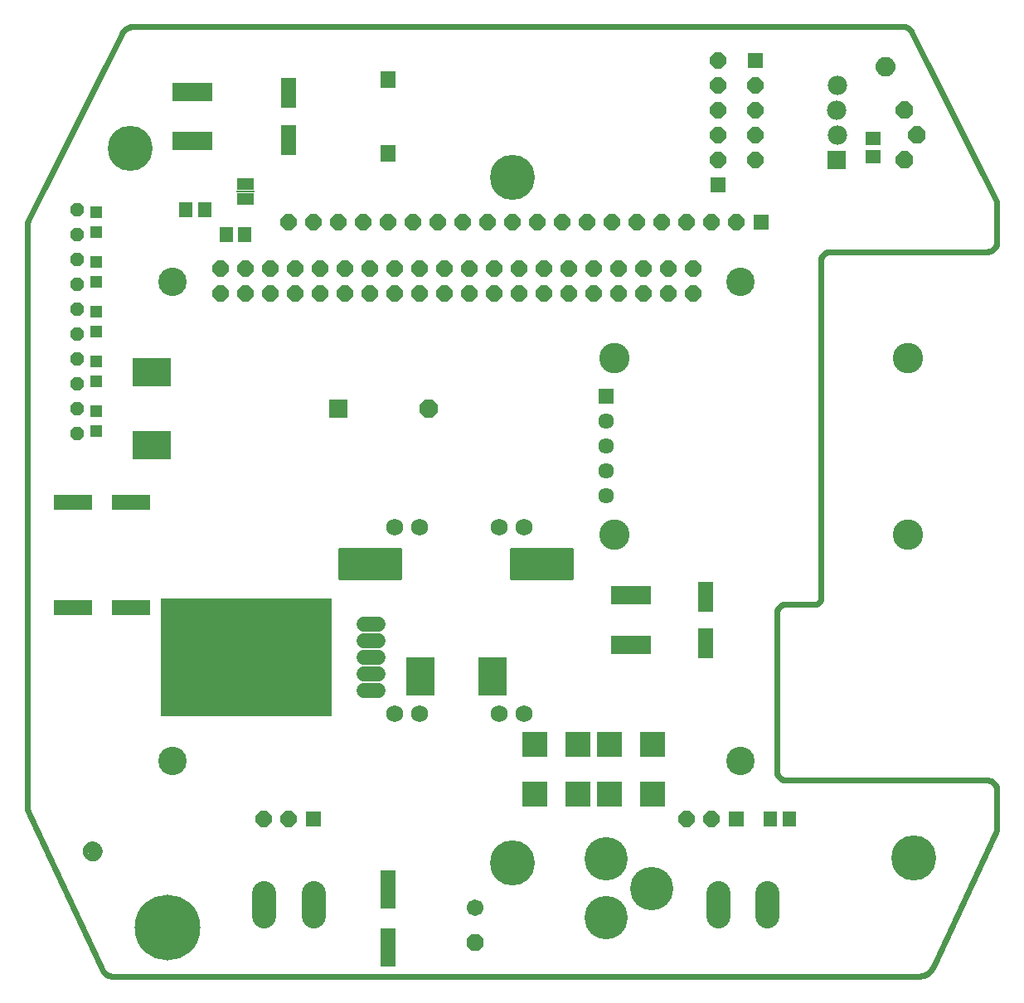
<source format=gts>
G75*
%MOIN*%
%OFA0B0*%
%FSLAX25Y25*%
%IPPOS*%
%LPD*%
%AMOC8*
5,1,8,0,0,1.08239X$1,22.5*
%
%ADD10C,0.26400*%
%ADD11C,0.18117*%
%ADD12C,0.11424*%
%ADD13C,0.00600*%
%ADD14C,0.02400*%
%ADD15C,0.04337*%
%ADD16C,0.01969*%
%ADD17C,0.09770*%
%ADD18R,0.07800X0.07800*%
%ADD19C,0.07800*%
%ADD20C,0.17400*%
%ADD21R,0.05124X0.05124*%
%ADD22R,0.06306X0.05518*%
%ADD23R,0.06400X0.06400*%
%ADD24OC8,0.06400*%
%ADD25OC8,0.05600*%
%ADD26R,0.06337X0.06337*%
%ADD27C,0.06337*%
%ADD28C,0.12211*%
%ADD29R,0.05518X0.06306*%
%ADD30C,0.01320*%
%ADD31C,0.13400*%
%ADD32C,0.05943*%
%ADD33R,0.68750X0.47500*%
%ADD34R,0.09849X0.09849*%
%ADD35R,0.16148X0.07487*%
%ADD36R,0.15361X0.05912*%
%ADD37R,0.05912X0.12211*%
%ADD38OC8,0.06700*%
%ADD39C,0.06700*%
%ADD40R,0.11424X0.15361*%
%ADD41OC8,0.07000*%
%ADD42R,0.15361X0.11424*%
%ADD43R,0.06700X0.05000*%
%ADD44R,0.07200X0.00600*%
%ADD45C,0.06825*%
%ADD46R,0.05912X0.15361*%
%ADD47R,0.05912X0.06699*%
%ADD48R,0.07400X0.07400*%
%ADD49OC8,0.07400*%
D10*
X0070350Y0043100D03*
D11*
X0209100Y0069100D03*
X0370517Y0070978D03*
X0209100Y0344600D03*
X0055557Y0356411D03*
D12*
X0072368Y0302742D03*
X0072368Y0109828D03*
X0300714Y0109828D03*
X0300714Y0302742D03*
D13*
X0399100Y0314100D02*
X0399240Y0314102D01*
X0399380Y0314108D01*
X0399520Y0314118D01*
X0399660Y0314131D01*
X0399799Y0314149D01*
X0399938Y0314171D01*
X0400075Y0314196D01*
X0400213Y0314225D01*
X0400349Y0314258D01*
X0400484Y0314295D01*
X0400618Y0314336D01*
X0400751Y0314381D01*
X0400883Y0314429D01*
X0401013Y0314481D01*
X0401142Y0314536D01*
X0401269Y0314595D01*
X0401395Y0314658D01*
X0401519Y0314724D01*
X0401640Y0314793D01*
X0401760Y0314866D01*
X0401878Y0314943D01*
X0401993Y0315022D01*
X0402107Y0315105D01*
X0402217Y0315191D01*
X0402326Y0315280D01*
X0402432Y0315372D01*
X0402535Y0315467D01*
X0402636Y0315564D01*
X0402733Y0315665D01*
X0402828Y0315768D01*
X0402920Y0315874D01*
X0403009Y0315983D01*
X0403095Y0316093D01*
X0403178Y0316207D01*
X0403257Y0316322D01*
X0403334Y0316440D01*
X0403407Y0316560D01*
X0403476Y0316681D01*
X0403542Y0316805D01*
X0403605Y0316931D01*
X0403664Y0317058D01*
X0403719Y0317187D01*
X0403771Y0317317D01*
X0403819Y0317449D01*
X0403864Y0317582D01*
X0403905Y0317716D01*
X0403942Y0317851D01*
X0403975Y0317987D01*
X0404004Y0318125D01*
X0404029Y0318262D01*
X0404051Y0318401D01*
X0404069Y0318540D01*
X0404082Y0318680D01*
X0404092Y0318820D01*
X0404098Y0318960D01*
X0404100Y0319100D01*
X0404098Y0318960D01*
X0404092Y0318820D01*
X0404082Y0318680D01*
X0404069Y0318540D01*
X0404051Y0318401D01*
X0404029Y0318262D01*
X0404004Y0318125D01*
X0403975Y0317987D01*
X0403942Y0317851D01*
X0403905Y0317716D01*
X0403864Y0317582D01*
X0403819Y0317449D01*
X0403771Y0317317D01*
X0403719Y0317187D01*
X0403664Y0317058D01*
X0403605Y0316931D01*
X0403542Y0316805D01*
X0403476Y0316681D01*
X0403407Y0316560D01*
X0403334Y0316440D01*
X0403257Y0316322D01*
X0403178Y0316207D01*
X0403095Y0316093D01*
X0403009Y0315983D01*
X0402920Y0315874D01*
X0402828Y0315768D01*
X0402733Y0315665D01*
X0402636Y0315564D01*
X0402535Y0315467D01*
X0402432Y0315372D01*
X0402326Y0315280D01*
X0402217Y0315191D01*
X0402107Y0315105D01*
X0401993Y0315022D01*
X0401878Y0314943D01*
X0401760Y0314866D01*
X0401640Y0314793D01*
X0401519Y0314724D01*
X0401395Y0314658D01*
X0401269Y0314595D01*
X0401142Y0314536D01*
X0401013Y0314481D01*
X0400883Y0314429D01*
X0400751Y0314381D01*
X0400618Y0314336D01*
X0400484Y0314295D01*
X0400349Y0314258D01*
X0400213Y0314225D01*
X0400075Y0314196D01*
X0399938Y0314171D01*
X0399799Y0314149D01*
X0399660Y0314131D01*
X0399520Y0314118D01*
X0399380Y0314108D01*
X0399240Y0314102D01*
X0399100Y0314100D01*
D14*
X0014516Y0089509D02*
X0044508Y0025587D01*
X0044565Y0025477D01*
X0044626Y0025368D01*
X0044690Y0025262D01*
X0044758Y0025157D01*
X0044829Y0025055D01*
X0044903Y0024955D01*
X0044980Y0024857D01*
X0045061Y0024762D01*
X0045144Y0024669D01*
X0045230Y0024579D01*
X0045319Y0024492D01*
X0045411Y0024408D01*
X0045505Y0024327D01*
X0045602Y0024248D01*
X0045701Y0024173D01*
X0045803Y0024101D01*
X0045906Y0024032D01*
X0046012Y0023967D01*
X0046120Y0023905D01*
X0046230Y0023846D01*
X0046342Y0023791D01*
X0046455Y0023739D01*
X0046570Y0023691D01*
X0046687Y0023647D01*
X0046804Y0023606D01*
X0046923Y0023569D01*
X0047043Y0023536D01*
X0047164Y0023507D01*
X0047286Y0023482D01*
X0047409Y0023460D01*
X0047532Y0023442D01*
X0047656Y0023429D01*
X0047780Y0023419D01*
X0047904Y0023413D01*
X0048029Y0023411D01*
X0372655Y0023411D01*
X0377937Y0026676D02*
X0403656Y0082050D01*
X0403864Y0082931D02*
X0403864Y0098214D01*
X0403862Y0098338D01*
X0403856Y0098461D01*
X0403847Y0098585D01*
X0403833Y0098707D01*
X0403816Y0098830D01*
X0403794Y0098952D01*
X0403769Y0099073D01*
X0403740Y0099193D01*
X0403708Y0099312D01*
X0403671Y0099431D01*
X0403631Y0099548D01*
X0403588Y0099663D01*
X0403540Y0099778D01*
X0403489Y0099890D01*
X0403435Y0100001D01*
X0403377Y0100111D01*
X0403316Y0100218D01*
X0403251Y0100324D01*
X0403183Y0100427D01*
X0403112Y0100528D01*
X0403038Y0100627D01*
X0402961Y0100724D01*
X0402880Y0100818D01*
X0402797Y0100909D01*
X0402711Y0100998D01*
X0402622Y0101084D01*
X0402531Y0101167D01*
X0402437Y0101248D01*
X0402340Y0101325D01*
X0402241Y0101399D01*
X0402140Y0101470D01*
X0402037Y0101538D01*
X0401931Y0101603D01*
X0401824Y0101664D01*
X0401714Y0101722D01*
X0401603Y0101776D01*
X0401491Y0101827D01*
X0401376Y0101875D01*
X0401261Y0101918D01*
X0401144Y0101958D01*
X0401025Y0101995D01*
X0400906Y0102027D01*
X0400786Y0102056D01*
X0400665Y0102081D01*
X0400543Y0102103D01*
X0400420Y0102120D01*
X0400298Y0102134D01*
X0400174Y0102143D01*
X0400051Y0102149D01*
X0399927Y0102151D01*
X0319218Y0102151D01*
X0319094Y0102153D01*
X0318971Y0102159D01*
X0318847Y0102168D01*
X0318725Y0102182D01*
X0318602Y0102199D01*
X0318480Y0102221D01*
X0318359Y0102246D01*
X0318239Y0102275D01*
X0318120Y0102307D01*
X0318001Y0102344D01*
X0317884Y0102384D01*
X0317769Y0102427D01*
X0317654Y0102475D01*
X0317542Y0102526D01*
X0317431Y0102580D01*
X0317321Y0102638D01*
X0317214Y0102699D01*
X0317108Y0102764D01*
X0317005Y0102832D01*
X0316904Y0102903D01*
X0316805Y0102977D01*
X0316708Y0103054D01*
X0316614Y0103135D01*
X0316523Y0103218D01*
X0316434Y0103304D01*
X0316348Y0103393D01*
X0316265Y0103484D01*
X0316184Y0103578D01*
X0316107Y0103675D01*
X0316033Y0103774D01*
X0315962Y0103875D01*
X0315894Y0103978D01*
X0315829Y0104084D01*
X0315768Y0104191D01*
X0315710Y0104301D01*
X0315656Y0104412D01*
X0315605Y0104524D01*
X0315557Y0104639D01*
X0315514Y0104754D01*
X0315474Y0104871D01*
X0315437Y0104990D01*
X0315405Y0105109D01*
X0315376Y0105229D01*
X0315351Y0105350D01*
X0315329Y0105472D01*
X0315312Y0105595D01*
X0315298Y0105717D01*
X0315289Y0105841D01*
X0315283Y0105964D01*
X0315281Y0106088D01*
X0315281Y0169080D01*
X0315283Y0169204D01*
X0315289Y0169327D01*
X0315298Y0169451D01*
X0315312Y0169573D01*
X0315329Y0169696D01*
X0315351Y0169818D01*
X0315376Y0169939D01*
X0315405Y0170059D01*
X0315437Y0170178D01*
X0315474Y0170297D01*
X0315514Y0170414D01*
X0315557Y0170529D01*
X0315605Y0170644D01*
X0315656Y0170756D01*
X0315710Y0170867D01*
X0315768Y0170977D01*
X0315829Y0171084D01*
X0315894Y0171190D01*
X0315962Y0171293D01*
X0316033Y0171394D01*
X0316107Y0171493D01*
X0316184Y0171590D01*
X0316265Y0171684D01*
X0316348Y0171775D01*
X0316434Y0171864D01*
X0316523Y0171950D01*
X0316614Y0172033D01*
X0316708Y0172114D01*
X0316805Y0172191D01*
X0316904Y0172265D01*
X0317005Y0172336D01*
X0317108Y0172404D01*
X0317214Y0172469D01*
X0317321Y0172530D01*
X0317431Y0172588D01*
X0317542Y0172642D01*
X0317654Y0172693D01*
X0317769Y0172741D01*
X0317884Y0172784D01*
X0318001Y0172824D01*
X0318120Y0172861D01*
X0318239Y0172893D01*
X0318359Y0172922D01*
X0318480Y0172947D01*
X0318602Y0172969D01*
X0318725Y0172986D01*
X0318847Y0173000D01*
X0318971Y0173009D01*
X0319094Y0173015D01*
X0319218Y0173017D01*
X0331029Y0173017D01*
X0331115Y0173019D01*
X0331201Y0173024D01*
X0331286Y0173034D01*
X0331371Y0173047D01*
X0331455Y0173064D01*
X0331539Y0173084D01*
X0331621Y0173108D01*
X0331702Y0173136D01*
X0331783Y0173167D01*
X0331861Y0173201D01*
X0331938Y0173239D01*
X0332014Y0173281D01*
X0332087Y0173325D01*
X0332158Y0173373D01*
X0332228Y0173424D01*
X0332295Y0173478D01*
X0332359Y0173534D01*
X0332421Y0173594D01*
X0332481Y0173656D01*
X0332537Y0173720D01*
X0332591Y0173787D01*
X0332642Y0173857D01*
X0332690Y0173928D01*
X0332734Y0174002D01*
X0332776Y0174077D01*
X0332814Y0174154D01*
X0332848Y0174232D01*
X0332879Y0174313D01*
X0332907Y0174394D01*
X0332931Y0174476D01*
X0332951Y0174560D01*
X0332968Y0174644D01*
X0332981Y0174729D01*
X0332991Y0174814D01*
X0332996Y0174900D01*
X0332998Y0174986D01*
X0332998Y0310813D01*
X0333000Y0310937D01*
X0333006Y0311060D01*
X0333015Y0311184D01*
X0333029Y0311306D01*
X0333046Y0311429D01*
X0333068Y0311551D01*
X0333093Y0311672D01*
X0333122Y0311792D01*
X0333154Y0311911D01*
X0333191Y0312030D01*
X0333231Y0312147D01*
X0333274Y0312262D01*
X0333322Y0312377D01*
X0333373Y0312489D01*
X0333427Y0312600D01*
X0333485Y0312710D01*
X0333546Y0312817D01*
X0333611Y0312923D01*
X0333679Y0313026D01*
X0333750Y0313127D01*
X0333824Y0313226D01*
X0333901Y0313323D01*
X0333982Y0313417D01*
X0334065Y0313508D01*
X0334151Y0313597D01*
X0334240Y0313683D01*
X0334331Y0313766D01*
X0334425Y0313847D01*
X0334522Y0313924D01*
X0334621Y0313998D01*
X0334722Y0314069D01*
X0334825Y0314137D01*
X0334931Y0314202D01*
X0335038Y0314263D01*
X0335148Y0314321D01*
X0335259Y0314375D01*
X0335371Y0314426D01*
X0335486Y0314474D01*
X0335601Y0314517D01*
X0335718Y0314557D01*
X0335837Y0314594D01*
X0335956Y0314626D01*
X0336076Y0314655D01*
X0336197Y0314680D01*
X0336319Y0314702D01*
X0336442Y0314719D01*
X0336564Y0314733D01*
X0336688Y0314742D01*
X0336811Y0314748D01*
X0336935Y0314750D01*
X0399927Y0314750D01*
X0400051Y0314752D01*
X0400174Y0314758D01*
X0400298Y0314767D01*
X0400420Y0314781D01*
X0400543Y0314798D01*
X0400665Y0314820D01*
X0400786Y0314845D01*
X0400906Y0314874D01*
X0401025Y0314906D01*
X0401144Y0314943D01*
X0401261Y0314983D01*
X0401376Y0315026D01*
X0401491Y0315074D01*
X0401603Y0315125D01*
X0401714Y0315179D01*
X0401824Y0315237D01*
X0401931Y0315298D01*
X0402037Y0315363D01*
X0402140Y0315431D01*
X0402241Y0315502D01*
X0402340Y0315576D01*
X0402437Y0315653D01*
X0402531Y0315734D01*
X0402622Y0315817D01*
X0402711Y0315903D01*
X0402797Y0315992D01*
X0402880Y0316083D01*
X0402961Y0316177D01*
X0403038Y0316274D01*
X0403112Y0316373D01*
X0403183Y0316474D01*
X0403251Y0316577D01*
X0403316Y0316683D01*
X0403377Y0316790D01*
X0403435Y0316900D01*
X0403489Y0317011D01*
X0403540Y0317123D01*
X0403588Y0317238D01*
X0403631Y0317353D01*
X0403671Y0317470D01*
X0403708Y0317589D01*
X0403740Y0317708D01*
X0403769Y0317828D01*
X0403794Y0317949D01*
X0403816Y0318071D01*
X0403833Y0318194D01*
X0403847Y0318316D01*
X0403856Y0318440D01*
X0403862Y0318563D01*
X0403864Y0318687D01*
X0403864Y0333970D01*
X0403656Y0334850D02*
X0369519Y0403124D01*
X0369519Y0403125D02*
X0369462Y0403235D01*
X0369401Y0403344D01*
X0369337Y0403450D01*
X0369269Y0403555D01*
X0369198Y0403657D01*
X0369124Y0403757D01*
X0369047Y0403855D01*
X0368966Y0403950D01*
X0368883Y0404043D01*
X0368797Y0404133D01*
X0368708Y0404220D01*
X0368616Y0404304D01*
X0368522Y0404385D01*
X0368425Y0404464D01*
X0368326Y0404539D01*
X0368224Y0404611D01*
X0368121Y0404680D01*
X0368015Y0404745D01*
X0367907Y0404807D01*
X0367797Y0404866D01*
X0367685Y0404921D01*
X0367572Y0404973D01*
X0367457Y0405021D01*
X0367340Y0405065D01*
X0367223Y0405106D01*
X0367104Y0405143D01*
X0366984Y0405176D01*
X0366863Y0405205D01*
X0366741Y0405230D01*
X0366618Y0405252D01*
X0366495Y0405270D01*
X0366371Y0405283D01*
X0366247Y0405293D01*
X0366123Y0405299D01*
X0365998Y0405301D01*
X0056911Y0405301D01*
X0051931Y0402223D02*
X0014516Y0327392D01*
X0014100Y0325631D02*
X0014100Y0091270D01*
X0014102Y0091148D01*
X0014108Y0091027D01*
X0014117Y0090905D01*
X0014130Y0090784D01*
X0014147Y0090664D01*
X0014168Y0090544D01*
X0014192Y0090425D01*
X0014220Y0090306D01*
X0014251Y0090189D01*
X0014287Y0090072D01*
X0014325Y0089957D01*
X0014368Y0089843D01*
X0014414Y0089730D01*
X0014463Y0089619D01*
X0014516Y0089509D01*
X0014463Y0089619D01*
X0014414Y0089730D01*
X0014368Y0089843D01*
X0014325Y0089957D01*
X0014287Y0090072D01*
X0014251Y0090189D01*
X0014220Y0090306D01*
X0014192Y0090425D01*
X0014168Y0090544D01*
X0014147Y0090664D01*
X0014130Y0090784D01*
X0014117Y0090905D01*
X0014108Y0091027D01*
X0014102Y0091148D01*
X0014100Y0091270D01*
X0044508Y0025587D02*
X0044565Y0025477D01*
X0044626Y0025368D01*
X0044690Y0025262D01*
X0044758Y0025157D01*
X0044829Y0025055D01*
X0044903Y0024955D01*
X0044980Y0024857D01*
X0045061Y0024762D01*
X0045144Y0024669D01*
X0045230Y0024579D01*
X0045319Y0024492D01*
X0045411Y0024408D01*
X0045505Y0024327D01*
X0045602Y0024248D01*
X0045701Y0024173D01*
X0045803Y0024101D01*
X0045906Y0024032D01*
X0046012Y0023967D01*
X0046120Y0023905D01*
X0046230Y0023846D01*
X0046342Y0023791D01*
X0046455Y0023739D01*
X0046570Y0023691D01*
X0046687Y0023647D01*
X0046804Y0023606D01*
X0046923Y0023569D01*
X0047043Y0023536D01*
X0047164Y0023507D01*
X0047286Y0023482D01*
X0047409Y0023460D01*
X0047532Y0023442D01*
X0047656Y0023429D01*
X0047780Y0023419D01*
X0047904Y0023413D01*
X0048029Y0023411D01*
X0315281Y0106088D02*
X0315283Y0105964D01*
X0315289Y0105841D01*
X0315298Y0105717D01*
X0315312Y0105595D01*
X0315329Y0105472D01*
X0315351Y0105350D01*
X0315376Y0105229D01*
X0315405Y0105109D01*
X0315437Y0104990D01*
X0315474Y0104871D01*
X0315514Y0104754D01*
X0315557Y0104639D01*
X0315605Y0104524D01*
X0315656Y0104412D01*
X0315710Y0104301D01*
X0315768Y0104191D01*
X0315829Y0104084D01*
X0315894Y0103978D01*
X0315962Y0103875D01*
X0316033Y0103774D01*
X0316107Y0103675D01*
X0316184Y0103578D01*
X0316265Y0103484D01*
X0316348Y0103393D01*
X0316434Y0103304D01*
X0316523Y0103218D01*
X0316614Y0103135D01*
X0316708Y0103054D01*
X0316805Y0102977D01*
X0316904Y0102903D01*
X0317005Y0102832D01*
X0317108Y0102764D01*
X0317214Y0102699D01*
X0317321Y0102638D01*
X0317431Y0102580D01*
X0317542Y0102526D01*
X0317654Y0102475D01*
X0317769Y0102427D01*
X0317884Y0102384D01*
X0318001Y0102344D01*
X0318120Y0102307D01*
X0318239Y0102275D01*
X0318359Y0102246D01*
X0318480Y0102221D01*
X0318602Y0102199D01*
X0318725Y0102182D01*
X0318847Y0102168D01*
X0318971Y0102159D01*
X0319094Y0102153D01*
X0319218Y0102151D01*
X0315281Y0169080D02*
X0315283Y0169204D01*
X0315289Y0169327D01*
X0315298Y0169451D01*
X0315312Y0169573D01*
X0315329Y0169696D01*
X0315351Y0169818D01*
X0315376Y0169939D01*
X0315405Y0170059D01*
X0315437Y0170178D01*
X0315474Y0170297D01*
X0315514Y0170414D01*
X0315557Y0170529D01*
X0315605Y0170644D01*
X0315656Y0170756D01*
X0315710Y0170867D01*
X0315768Y0170977D01*
X0315829Y0171084D01*
X0315894Y0171190D01*
X0315962Y0171293D01*
X0316033Y0171394D01*
X0316107Y0171493D01*
X0316184Y0171590D01*
X0316265Y0171684D01*
X0316348Y0171775D01*
X0316434Y0171864D01*
X0316523Y0171950D01*
X0316614Y0172033D01*
X0316708Y0172114D01*
X0316805Y0172191D01*
X0316904Y0172265D01*
X0317005Y0172336D01*
X0317108Y0172404D01*
X0317214Y0172469D01*
X0317321Y0172530D01*
X0317431Y0172588D01*
X0317542Y0172642D01*
X0317654Y0172693D01*
X0317769Y0172741D01*
X0317884Y0172784D01*
X0318001Y0172824D01*
X0318120Y0172861D01*
X0318239Y0172893D01*
X0318359Y0172922D01*
X0318480Y0172947D01*
X0318602Y0172969D01*
X0318725Y0172986D01*
X0318847Y0173000D01*
X0318971Y0173009D01*
X0319094Y0173015D01*
X0319218Y0173017D01*
X0331029Y0173017D02*
X0331115Y0173019D01*
X0331201Y0173024D01*
X0331286Y0173034D01*
X0331371Y0173047D01*
X0331455Y0173064D01*
X0331539Y0173084D01*
X0331621Y0173108D01*
X0331702Y0173136D01*
X0331783Y0173167D01*
X0331861Y0173201D01*
X0331938Y0173239D01*
X0332014Y0173281D01*
X0332087Y0173325D01*
X0332158Y0173373D01*
X0332228Y0173424D01*
X0332295Y0173478D01*
X0332359Y0173534D01*
X0332421Y0173594D01*
X0332481Y0173656D01*
X0332537Y0173720D01*
X0332591Y0173787D01*
X0332642Y0173857D01*
X0332690Y0173928D01*
X0332734Y0174002D01*
X0332776Y0174077D01*
X0332814Y0174154D01*
X0332848Y0174232D01*
X0332879Y0174313D01*
X0332907Y0174394D01*
X0332931Y0174476D01*
X0332951Y0174560D01*
X0332968Y0174644D01*
X0332981Y0174729D01*
X0332991Y0174814D01*
X0332996Y0174900D01*
X0332998Y0174986D01*
X0399927Y0102151D02*
X0400051Y0102149D01*
X0400174Y0102143D01*
X0400298Y0102134D01*
X0400420Y0102120D01*
X0400543Y0102103D01*
X0400665Y0102081D01*
X0400786Y0102056D01*
X0400906Y0102027D01*
X0401025Y0101995D01*
X0401144Y0101958D01*
X0401261Y0101918D01*
X0401376Y0101875D01*
X0401491Y0101827D01*
X0401603Y0101776D01*
X0401714Y0101722D01*
X0401824Y0101664D01*
X0401931Y0101603D01*
X0402037Y0101538D01*
X0402140Y0101470D01*
X0402241Y0101399D01*
X0402340Y0101325D01*
X0402437Y0101248D01*
X0402531Y0101167D01*
X0402622Y0101084D01*
X0402711Y0100998D01*
X0402797Y0100909D01*
X0402880Y0100818D01*
X0402961Y0100724D01*
X0403038Y0100627D01*
X0403112Y0100528D01*
X0403183Y0100427D01*
X0403251Y0100324D01*
X0403316Y0100218D01*
X0403377Y0100111D01*
X0403435Y0100001D01*
X0403489Y0099890D01*
X0403540Y0099778D01*
X0403588Y0099663D01*
X0403631Y0099548D01*
X0403671Y0099431D01*
X0403708Y0099312D01*
X0403740Y0099193D01*
X0403769Y0099073D01*
X0403794Y0098952D01*
X0403816Y0098830D01*
X0403833Y0098707D01*
X0403847Y0098585D01*
X0403856Y0098461D01*
X0403862Y0098338D01*
X0403864Y0098214D01*
X0403864Y0082931D02*
X0403862Y0082848D01*
X0403857Y0082765D01*
X0403848Y0082683D01*
X0403836Y0082601D01*
X0403820Y0082519D01*
X0403801Y0082438D01*
X0403779Y0082358D01*
X0403753Y0082280D01*
X0403724Y0082202D01*
X0403692Y0082125D01*
X0403656Y0082050D01*
X0403692Y0082125D01*
X0403724Y0082202D01*
X0403753Y0082280D01*
X0403779Y0082358D01*
X0403801Y0082438D01*
X0403820Y0082519D01*
X0403836Y0082601D01*
X0403848Y0082683D01*
X0403857Y0082765D01*
X0403862Y0082848D01*
X0403864Y0082931D01*
X0377937Y0026676D02*
X0377868Y0026541D01*
X0377795Y0026407D01*
X0377718Y0026276D01*
X0377638Y0026147D01*
X0377555Y0026019D01*
X0377468Y0025894D01*
X0377378Y0025772D01*
X0377286Y0025651D01*
X0377190Y0025533D01*
X0377091Y0025418D01*
X0376989Y0025305D01*
X0376884Y0025195D01*
X0376777Y0025087D01*
X0376666Y0024982D01*
X0376553Y0024880D01*
X0376438Y0024782D01*
X0376320Y0024686D01*
X0376200Y0024593D01*
X0376077Y0024503D01*
X0375952Y0024417D01*
X0375824Y0024333D01*
X0375695Y0024254D01*
X0375564Y0024177D01*
X0375430Y0024104D01*
X0375295Y0024034D01*
X0375158Y0023968D01*
X0375020Y0023905D01*
X0374880Y0023846D01*
X0374738Y0023791D01*
X0374595Y0023739D01*
X0374451Y0023691D01*
X0374305Y0023646D01*
X0374159Y0023606D01*
X0374011Y0023569D01*
X0373863Y0023536D01*
X0373714Y0023507D01*
X0373564Y0023481D01*
X0373413Y0023460D01*
X0373262Y0023442D01*
X0373111Y0023429D01*
X0372959Y0023419D01*
X0372807Y0023413D01*
X0372655Y0023411D01*
X0372807Y0023413D01*
X0372959Y0023419D01*
X0373111Y0023429D01*
X0373262Y0023442D01*
X0373413Y0023460D01*
X0373564Y0023481D01*
X0373714Y0023507D01*
X0373863Y0023536D01*
X0374011Y0023569D01*
X0374159Y0023606D01*
X0374305Y0023646D01*
X0374451Y0023691D01*
X0374595Y0023739D01*
X0374738Y0023791D01*
X0374880Y0023846D01*
X0375020Y0023905D01*
X0375158Y0023968D01*
X0375295Y0024034D01*
X0375430Y0024104D01*
X0375564Y0024177D01*
X0375695Y0024254D01*
X0375824Y0024333D01*
X0375952Y0024417D01*
X0376077Y0024503D01*
X0376200Y0024593D01*
X0376320Y0024686D01*
X0376438Y0024782D01*
X0376553Y0024880D01*
X0376666Y0024982D01*
X0376777Y0025087D01*
X0376884Y0025195D01*
X0376989Y0025305D01*
X0377091Y0025418D01*
X0377190Y0025533D01*
X0377286Y0025651D01*
X0377378Y0025772D01*
X0377468Y0025894D01*
X0377555Y0026019D01*
X0377638Y0026147D01*
X0377718Y0026276D01*
X0377795Y0026407D01*
X0377868Y0026541D01*
X0377937Y0026676D01*
X0332998Y0310813D02*
X0333000Y0310937D01*
X0333006Y0311060D01*
X0333015Y0311184D01*
X0333029Y0311306D01*
X0333046Y0311429D01*
X0333068Y0311551D01*
X0333093Y0311672D01*
X0333122Y0311792D01*
X0333154Y0311911D01*
X0333191Y0312030D01*
X0333231Y0312147D01*
X0333274Y0312262D01*
X0333322Y0312377D01*
X0333373Y0312489D01*
X0333427Y0312600D01*
X0333485Y0312710D01*
X0333546Y0312817D01*
X0333611Y0312923D01*
X0333679Y0313026D01*
X0333750Y0313127D01*
X0333824Y0313226D01*
X0333901Y0313323D01*
X0333982Y0313417D01*
X0334065Y0313508D01*
X0334151Y0313597D01*
X0334240Y0313683D01*
X0334331Y0313766D01*
X0334425Y0313847D01*
X0334522Y0313924D01*
X0334621Y0313998D01*
X0334722Y0314069D01*
X0334825Y0314137D01*
X0334931Y0314202D01*
X0335038Y0314263D01*
X0335148Y0314321D01*
X0335259Y0314375D01*
X0335371Y0314426D01*
X0335486Y0314474D01*
X0335601Y0314517D01*
X0335718Y0314557D01*
X0335837Y0314594D01*
X0335956Y0314626D01*
X0336076Y0314655D01*
X0336197Y0314680D01*
X0336319Y0314702D01*
X0336442Y0314719D01*
X0336564Y0314733D01*
X0336688Y0314742D01*
X0336811Y0314748D01*
X0336935Y0314750D01*
X0399927Y0314750D02*
X0400051Y0314752D01*
X0400174Y0314758D01*
X0400298Y0314767D01*
X0400420Y0314781D01*
X0400543Y0314798D01*
X0400665Y0314820D01*
X0400786Y0314845D01*
X0400906Y0314874D01*
X0401025Y0314906D01*
X0401144Y0314943D01*
X0401261Y0314983D01*
X0401376Y0315026D01*
X0401491Y0315074D01*
X0401603Y0315125D01*
X0401714Y0315179D01*
X0401824Y0315237D01*
X0401931Y0315298D01*
X0402037Y0315363D01*
X0402140Y0315431D01*
X0402241Y0315502D01*
X0402340Y0315576D01*
X0402437Y0315653D01*
X0402531Y0315734D01*
X0402622Y0315817D01*
X0402711Y0315903D01*
X0402797Y0315992D01*
X0402880Y0316083D01*
X0402961Y0316177D01*
X0403038Y0316274D01*
X0403112Y0316373D01*
X0403183Y0316474D01*
X0403251Y0316577D01*
X0403316Y0316683D01*
X0403377Y0316790D01*
X0403435Y0316900D01*
X0403489Y0317011D01*
X0403540Y0317123D01*
X0403588Y0317238D01*
X0403631Y0317353D01*
X0403671Y0317470D01*
X0403708Y0317589D01*
X0403740Y0317708D01*
X0403769Y0317828D01*
X0403794Y0317949D01*
X0403816Y0318071D01*
X0403833Y0318194D01*
X0403847Y0318316D01*
X0403856Y0318440D01*
X0403862Y0318563D01*
X0403864Y0318687D01*
X0403864Y0333970D02*
X0403862Y0334053D01*
X0403857Y0334136D01*
X0403848Y0334218D01*
X0403836Y0334300D01*
X0403820Y0334382D01*
X0403801Y0334463D01*
X0403779Y0334543D01*
X0403753Y0334621D01*
X0403724Y0334699D01*
X0403692Y0334776D01*
X0403656Y0334851D01*
X0403692Y0334776D01*
X0403724Y0334699D01*
X0403753Y0334621D01*
X0403779Y0334543D01*
X0403801Y0334463D01*
X0403820Y0334382D01*
X0403836Y0334300D01*
X0403848Y0334218D01*
X0403857Y0334136D01*
X0403862Y0334053D01*
X0403864Y0333970D01*
X0369519Y0403125D02*
X0369462Y0403235D01*
X0369401Y0403344D01*
X0369337Y0403450D01*
X0369269Y0403555D01*
X0369198Y0403657D01*
X0369124Y0403757D01*
X0369047Y0403855D01*
X0368966Y0403950D01*
X0368883Y0404043D01*
X0368797Y0404133D01*
X0368708Y0404220D01*
X0368616Y0404304D01*
X0368522Y0404385D01*
X0368425Y0404464D01*
X0368326Y0404539D01*
X0368224Y0404611D01*
X0368121Y0404680D01*
X0368015Y0404745D01*
X0367907Y0404807D01*
X0367797Y0404866D01*
X0367685Y0404921D01*
X0367572Y0404973D01*
X0367457Y0405021D01*
X0367340Y0405065D01*
X0367223Y0405106D01*
X0367104Y0405143D01*
X0366984Y0405176D01*
X0366863Y0405205D01*
X0366741Y0405230D01*
X0366618Y0405252D01*
X0366495Y0405270D01*
X0366371Y0405283D01*
X0366247Y0405293D01*
X0366123Y0405299D01*
X0365998Y0405301D01*
X0056911Y0405301D02*
X0056764Y0405299D01*
X0056618Y0405293D01*
X0056471Y0405284D01*
X0056325Y0405270D01*
X0056179Y0405253D01*
X0056034Y0405232D01*
X0055889Y0405206D01*
X0055745Y0405178D01*
X0055602Y0405145D01*
X0055460Y0405109D01*
X0055319Y0405069D01*
X0055179Y0405025D01*
X0055040Y0404977D01*
X0054902Y0404926D01*
X0054766Y0404871D01*
X0054632Y0404813D01*
X0054498Y0404751D01*
X0054367Y0404686D01*
X0054237Y0404617D01*
X0054110Y0404545D01*
X0053984Y0404469D01*
X0053860Y0404391D01*
X0053738Y0404309D01*
X0053619Y0404223D01*
X0053501Y0404135D01*
X0053387Y0404044D01*
X0053274Y0403949D01*
X0053164Y0403852D01*
X0053057Y0403752D01*
X0052953Y0403649D01*
X0052851Y0403543D01*
X0052752Y0403435D01*
X0052656Y0403324D01*
X0052562Y0403210D01*
X0052472Y0403095D01*
X0052385Y0402976D01*
X0052301Y0402856D01*
X0052221Y0402733D01*
X0052143Y0402609D01*
X0052069Y0402482D01*
X0051998Y0402353D01*
X0051931Y0402223D01*
X0051998Y0402353D01*
X0052069Y0402482D01*
X0052143Y0402609D01*
X0052221Y0402733D01*
X0052301Y0402856D01*
X0052385Y0402976D01*
X0052472Y0403095D01*
X0052562Y0403210D01*
X0052656Y0403324D01*
X0052752Y0403435D01*
X0052851Y0403543D01*
X0052953Y0403649D01*
X0053057Y0403752D01*
X0053164Y0403852D01*
X0053274Y0403949D01*
X0053387Y0404044D01*
X0053501Y0404135D01*
X0053619Y0404223D01*
X0053738Y0404309D01*
X0053860Y0404391D01*
X0053984Y0404469D01*
X0054110Y0404545D01*
X0054237Y0404617D01*
X0054367Y0404686D01*
X0054498Y0404751D01*
X0054632Y0404813D01*
X0054766Y0404871D01*
X0054902Y0404926D01*
X0055040Y0404977D01*
X0055179Y0405025D01*
X0055319Y0405069D01*
X0055460Y0405109D01*
X0055602Y0405145D01*
X0055745Y0405178D01*
X0055889Y0405206D01*
X0056034Y0405232D01*
X0056179Y0405253D01*
X0056325Y0405270D01*
X0056471Y0405284D01*
X0056618Y0405293D01*
X0056764Y0405299D01*
X0056911Y0405301D01*
X0014516Y0327392D02*
X0014463Y0327282D01*
X0014414Y0327171D01*
X0014368Y0327058D01*
X0014325Y0326944D01*
X0014287Y0326829D01*
X0014251Y0326712D01*
X0014220Y0326595D01*
X0014192Y0326476D01*
X0014168Y0326357D01*
X0014147Y0326237D01*
X0014130Y0326117D01*
X0014117Y0325996D01*
X0014108Y0325874D01*
X0014102Y0325753D01*
X0014100Y0325631D01*
X0014102Y0325753D01*
X0014108Y0325874D01*
X0014117Y0325996D01*
X0014130Y0326117D01*
X0014147Y0326237D01*
X0014168Y0326357D01*
X0014192Y0326476D01*
X0014220Y0326595D01*
X0014251Y0326712D01*
X0014287Y0326829D01*
X0014325Y0326944D01*
X0014368Y0327058D01*
X0014414Y0327171D01*
X0014463Y0327282D01*
X0014516Y0327392D01*
D15*
X0040348Y0073535D03*
X0359100Y0389100D03*
D16*
X0356147Y0389100D02*
X0356149Y0388992D01*
X0356155Y0388884D01*
X0356165Y0388777D01*
X0356178Y0388670D01*
X0356196Y0388564D01*
X0356218Y0388458D01*
X0356243Y0388353D01*
X0356272Y0388249D01*
X0356305Y0388147D01*
X0356342Y0388045D01*
X0356382Y0387945D01*
X0356426Y0387847D01*
X0356474Y0387750D01*
X0356525Y0387655D01*
X0356579Y0387562D01*
X0356637Y0387471D01*
X0356698Y0387382D01*
X0356763Y0387295D01*
X0356830Y0387211D01*
X0356901Y0387129D01*
X0356974Y0387050D01*
X0357050Y0386974D01*
X0357129Y0386901D01*
X0357211Y0386830D01*
X0357295Y0386763D01*
X0357382Y0386698D01*
X0357471Y0386637D01*
X0357562Y0386579D01*
X0357655Y0386525D01*
X0357750Y0386474D01*
X0357847Y0386426D01*
X0357945Y0386382D01*
X0358045Y0386342D01*
X0358147Y0386305D01*
X0358249Y0386272D01*
X0358353Y0386243D01*
X0358458Y0386218D01*
X0358564Y0386196D01*
X0358670Y0386178D01*
X0358777Y0386165D01*
X0358884Y0386155D01*
X0358992Y0386149D01*
X0359100Y0386147D01*
X0359208Y0386149D01*
X0359316Y0386155D01*
X0359423Y0386165D01*
X0359530Y0386178D01*
X0359636Y0386196D01*
X0359742Y0386218D01*
X0359847Y0386243D01*
X0359951Y0386272D01*
X0360053Y0386305D01*
X0360155Y0386342D01*
X0360255Y0386382D01*
X0360353Y0386426D01*
X0360450Y0386474D01*
X0360545Y0386525D01*
X0360638Y0386579D01*
X0360729Y0386637D01*
X0360818Y0386698D01*
X0360905Y0386763D01*
X0360989Y0386830D01*
X0361071Y0386901D01*
X0361150Y0386974D01*
X0361226Y0387050D01*
X0361299Y0387129D01*
X0361370Y0387211D01*
X0361437Y0387295D01*
X0361502Y0387382D01*
X0361563Y0387471D01*
X0361621Y0387562D01*
X0361675Y0387655D01*
X0361726Y0387750D01*
X0361774Y0387847D01*
X0361818Y0387945D01*
X0361858Y0388045D01*
X0361895Y0388147D01*
X0361928Y0388249D01*
X0361957Y0388353D01*
X0361982Y0388458D01*
X0362004Y0388564D01*
X0362022Y0388670D01*
X0362035Y0388777D01*
X0362045Y0388884D01*
X0362051Y0388992D01*
X0362053Y0389100D01*
X0362051Y0389208D01*
X0362045Y0389316D01*
X0362035Y0389423D01*
X0362022Y0389530D01*
X0362004Y0389636D01*
X0361982Y0389742D01*
X0361957Y0389847D01*
X0361928Y0389951D01*
X0361895Y0390053D01*
X0361858Y0390155D01*
X0361818Y0390255D01*
X0361774Y0390353D01*
X0361726Y0390450D01*
X0361675Y0390545D01*
X0361621Y0390638D01*
X0361563Y0390729D01*
X0361502Y0390818D01*
X0361437Y0390905D01*
X0361370Y0390989D01*
X0361299Y0391071D01*
X0361226Y0391150D01*
X0361150Y0391226D01*
X0361071Y0391299D01*
X0360989Y0391370D01*
X0360905Y0391437D01*
X0360818Y0391502D01*
X0360729Y0391563D01*
X0360638Y0391621D01*
X0360545Y0391675D01*
X0360450Y0391726D01*
X0360353Y0391774D01*
X0360255Y0391818D01*
X0360155Y0391858D01*
X0360053Y0391895D01*
X0359951Y0391928D01*
X0359847Y0391957D01*
X0359742Y0391982D01*
X0359636Y0392004D01*
X0359530Y0392022D01*
X0359423Y0392035D01*
X0359316Y0392045D01*
X0359208Y0392051D01*
X0359100Y0392053D01*
X0358992Y0392051D01*
X0358884Y0392045D01*
X0358777Y0392035D01*
X0358670Y0392022D01*
X0358564Y0392004D01*
X0358458Y0391982D01*
X0358353Y0391957D01*
X0358249Y0391928D01*
X0358147Y0391895D01*
X0358045Y0391858D01*
X0357945Y0391818D01*
X0357847Y0391774D01*
X0357750Y0391726D01*
X0357655Y0391675D01*
X0357562Y0391621D01*
X0357471Y0391563D01*
X0357382Y0391502D01*
X0357295Y0391437D01*
X0357211Y0391370D01*
X0357129Y0391299D01*
X0357050Y0391226D01*
X0356974Y0391150D01*
X0356901Y0391071D01*
X0356830Y0390989D01*
X0356763Y0390905D01*
X0356698Y0390818D01*
X0356637Y0390729D01*
X0356579Y0390638D01*
X0356525Y0390545D01*
X0356474Y0390450D01*
X0356426Y0390353D01*
X0356382Y0390255D01*
X0356342Y0390155D01*
X0356305Y0390053D01*
X0356272Y0389951D01*
X0356243Y0389847D01*
X0356218Y0389742D01*
X0356196Y0389636D01*
X0356178Y0389530D01*
X0356165Y0389423D01*
X0356155Y0389316D01*
X0356149Y0389208D01*
X0356147Y0389100D01*
X0040348Y0070582D02*
X0040240Y0070584D01*
X0040132Y0070590D01*
X0040025Y0070600D01*
X0039918Y0070613D01*
X0039812Y0070631D01*
X0039706Y0070653D01*
X0039601Y0070678D01*
X0039497Y0070707D01*
X0039395Y0070740D01*
X0039293Y0070777D01*
X0039193Y0070817D01*
X0039095Y0070861D01*
X0038998Y0070909D01*
X0038903Y0070960D01*
X0038810Y0071014D01*
X0038719Y0071072D01*
X0038630Y0071133D01*
X0038543Y0071198D01*
X0038459Y0071265D01*
X0038377Y0071336D01*
X0038298Y0071409D01*
X0038222Y0071485D01*
X0038149Y0071564D01*
X0038078Y0071646D01*
X0038011Y0071730D01*
X0037946Y0071817D01*
X0037885Y0071906D01*
X0037827Y0071997D01*
X0037773Y0072090D01*
X0037722Y0072185D01*
X0037674Y0072282D01*
X0037630Y0072380D01*
X0037590Y0072480D01*
X0037553Y0072582D01*
X0037520Y0072684D01*
X0037491Y0072788D01*
X0037466Y0072893D01*
X0037444Y0072999D01*
X0037426Y0073105D01*
X0037413Y0073212D01*
X0037403Y0073319D01*
X0037397Y0073427D01*
X0037395Y0073535D01*
X0040348Y0070582D02*
X0040456Y0070584D01*
X0040564Y0070590D01*
X0040671Y0070600D01*
X0040778Y0070613D01*
X0040884Y0070631D01*
X0040990Y0070653D01*
X0041095Y0070678D01*
X0041199Y0070707D01*
X0041301Y0070740D01*
X0041403Y0070777D01*
X0041503Y0070817D01*
X0041601Y0070861D01*
X0041698Y0070909D01*
X0041793Y0070960D01*
X0041886Y0071014D01*
X0041977Y0071072D01*
X0042066Y0071133D01*
X0042153Y0071198D01*
X0042237Y0071265D01*
X0042319Y0071336D01*
X0042398Y0071409D01*
X0042474Y0071485D01*
X0042547Y0071564D01*
X0042618Y0071646D01*
X0042685Y0071730D01*
X0042750Y0071817D01*
X0042811Y0071906D01*
X0042869Y0071997D01*
X0042923Y0072090D01*
X0042974Y0072185D01*
X0043022Y0072282D01*
X0043066Y0072380D01*
X0043106Y0072480D01*
X0043143Y0072582D01*
X0043176Y0072684D01*
X0043205Y0072788D01*
X0043230Y0072893D01*
X0043252Y0072999D01*
X0043270Y0073105D01*
X0043283Y0073212D01*
X0043293Y0073319D01*
X0043299Y0073427D01*
X0043301Y0073535D01*
X0043299Y0073643D01*
X0043293Y0073751D01*
X0043283Y0073858D01*
X0043270Y0073965D01*
X0043252Y0074071D01*
X0043230Y0074177D01*
X0043205Y0074282D01*
X0043176Y0074386D01*
X0043143Y0074488D01*
X0043106Y0074590D01*
X0043066Y0074690D01*
X0043022Y0074788D01*
X0042974Y0074885D01*
X0042923Y0074980D01*
X0042869Y0075073D01*
X0042811Y0075164D01*
X0042750Y0075253D01*
X0042685Y0075340D01*
X0042618Y0075424D01*
X0042547Y0075506D01*
X0042474Y0075585D01*
X0042398Y0075661D01*
X0042319Y0075734D01*
X0042237Y0075805D01*
X0042153Y0075872D01*
X0042066Y0075937D01*
X0041977Y0075998D01*
X0041886Y0076056D01*
X0041793Y0076110D01*
X0041698Y0076161D01*
X0041601Y0076209D01*
X0041503Y0076253D01*
X0041403Y0076293D01*
X0041301Y0076330D01*
X0041199Y0076363D01*
X0041095Y0076392D01*
X0040990Y0076417D01*
X0040884Y0076439D01*
X0040778Y0076457D01*
X0040671Y0076470D01*
X0040564Y0076480D01*
X0040456Y0076486D01*
X0040348Y0076488D01*
X0040240Y0076486D01*
X0040132Y0076480D01*
X0040025Y0076470D01*
X0039918Y0076457D01*
X0039812Y0076439D01*
X0039706Y0076417D01*
X0039601Y0076392D01*
X0039497Y0076363D01*
X0039395Y0076330D01*
X0039293Y0076293D01*
X0039193Y0076253D01*
X0039095Y0076209D01*
X0038998Y0076161D01*
X0038903Y0076110D01*
X0038810Y0076056D01*
X0038719Y0075998D01*
X0038630Y0075937D01*
X0038543Y0075872D01*
X0038459Y0075805D01*
X0038377Y0075734D01*
X0038298Y0075661D01*
X0038222Y0075585D01*
X0038149Y0075506D01*
X0038078Y0075424D01*
X0038011Y0075340D01*
X0037946Y0075253D01*
X0037885Y0075164D01*
X0037827Y0075073D01*
X0037773Y0074980D01*
X0037722Y0074885D01*
X0037674Y0074788D01*
X0037630Y0074690D01*
X0037590Y0074590D01*
X0037553Y0074488D01*
X0037520Y0074386D01*
X0037491Y0074282D01*
X0037466Y0074177D01*
X0037444Y0074071D01*
X0037426Y0073965D01*
X0037413Y0073858D01*
X0037403Y0073751D01*
X0037397Y0073643D01*
X0037395Y0073535D01*
D17*
X0109257Y0057013D02*
X0109257Y0047643D01*
X0128943Y0047643D02*
X0128943Y0057013D01*
X0291757Y0057013D02*
X0291757Y0047643D01*
X0311443Y0047643D02*
X0311443Y0057013D01*
D18*
X0339575Y0351575D03*
D19*
X0339625Y0361600D03*
X0339575Y0371600D03*
X0339625Y0381600D03*
D20*
X0246600Y0070537D03*
X0265104Y0058726D03*
X0246600Y0046915D03*
D21*
X0041600Y0242466D03*
X0041600Y0250734D03*
X0041600Y0262466D03*
X0041600Y0270734D03*
X0041600Y0282466D03*
X0041600Y0290734D03*
X0041600Y0302466D03*
X0041600Y0310734D03*
X0041600Y0322466D03*
X0041600Y0330734D03*
D22*
X0354100Y0352860D03*
X0354100Y0360340D03*
D23*
X0309100Y0326600D03*
X0291600Y0341600D03*
X0306600Y0391600D03*
X0299100Y0086600D03*
X0129100Y0086600D03*
D24*
X0119100Y0086600D03*
X0109100Y0086600D03*
X0279100Y0086600D03*
X0289100Y0086600D03*
X0281600Y0297850D03*
X0281600Y0307850D03*
X0271600Y0307850D03*
X0271600Y0297850D03*
X0261600Y0297850D03*
X0261600Y0307850D03*
X0251600Y0307850D03*
X0251600Y0297850D03*
X0241600Y0297850D03*
X0241600Y0307850D03*
X0231600Y0307850D03*
X0231600Y0297850D03*
X0221600Y0297850D03*
X0221600Y0307850D03*
X0211600Y0307850D03*
X0211600Y0297850D03*
X0201600Y0297850D03*
X0201600Y0307850D03*
X0191600Y0307850D03*
X0191600Y0297850D03*
X0181600Y0297850D03*
X0181600Y0307850D03*
X0171600Y0307850D03*
X0171600Y0297850D03*
X0161600Y0297850D03*
X0161600Y0307850D03*
X0151600Y0307850D03*
X0151600Y0297850D03*
X0141600Y0297850D03*
X0141600Y0307850D03*
X0131600Y0307850D03*
X0131600Y0297850D03*
X0121600Y0297850D03*
X0121600Y0307850D03*
X0111600Y0307850D03*
X0111600Y0297850D03*
X0101600Y0297850D03*
X0101600Y0307850D03*
X0091600Y0307850D03*
X0091600Y0297850D03*
X0119100Y0326600D03*
X0129100Y0326600D03*
X0139100Y0326600D03*
X0149100Y0326600D03*
X0159100Y0326600D03*
X0169100Y0326600D03*
X0179100Y0326600D03*
X0189100Y0326600D03*
X0199100Y0326600D03*
X0209100Y0326600D03*
X0219100Y0326600D03*
X0229100Y0326600D03*
X0239100Y0326600D03*
X0249100Y0326600D03*
X0259100Y0326600D03*
X0269100Y0326600D03*
X0279100Y0326600D03*
X0289100Y0326600D03*
X0299100Y0326600D03*
X0291600Y0351600D03*
X0291600Y0361600D03*
X0291600Y0371600D03*
X0291600Y0381600D03*
X0291600Y0391600D03*
X0306600Y0381600D03*
X0306600Y0371600D03*
X0306600Y0361600D03*
X0306600Y0351600D03*
D25*
X0034100Y0331600D03*
X0034100Y0321600D03*
X0034100Y0311600D03*
X0034100Y0301600D03*
X0034100Y0291600D03*
X0034100Y0281600D03*
X0034100Y0271600D03*
X0034100Y0261600D03*
X0034100Y0251600D03*
X0034100Y0241600D03*
D26*
X0246600Y0256600D03*
D27*
X0246600Y0246600D03*
X0246600Y0236600D03*
X0246600Y0226600D03*
X0246600Y0216600D03*
D28*
X0250100Y0201100D03*
X0250100Y0272100D03*
X0368100Y0272100D03*
X0368100Y0201100D03*
D29*
X0320340Y0086600D03*
X0312860Y0086600D03*
X0101590Y0321600D03*
X0094110Y0321600D03*
X0085340Y0331600D03*
X0077860Y0331600D03*
D30*
X0139714Y0195040D02*
X0164194Y0195040D01*
X0164194Y0183160D01*
X0139714Y0183160D01*
X0139714Y0195040D01*
X0139714Y0184479D02*
X0164194Y0184479D01*
X0164194Y0185798D02*
X0139714Y0185798D01*
X0139714Y0187117D02*
X0164194Y0187117D01*
X0164194Y0188436D02*
X0139714Y0188436D01*
X0139714Y0189755D02*
X0164194Y0189755D01*
X0164194Y0191074D02*
X0139714Y0191074D01*
X0139714Y0192393D02*
X0164194Y0192393D01*
X0164194Y0193712D02*
X0139714Y0193712D01*
X0139714Y0195031D02*
X0164194Y0195031D01*
X0208612Y0195040D02*
X0233092Y0195040D01*
X0233092Y0183160D01*
X0208612Y0183160D01*
X0208612Y0195040D01*
X0208612Y0184479D02*
X0233092Y0184479D01*
X0233092Y0185798D02*
X0208612Y0185798D01*
X0208612Y0187117D02*
X0233092Y0187117D01*
X0233092Y0188436D02*
X0208612Y0188436D01*
X0208612Y0189755D02*
X0233092Y0189755D01*
X0233092Y0191074D02*
X0208612Y0191074D01*
X0208612Y0192393D02*
X0233092Y0192393D01*
X0233092Y0193712D02*
X0208612Y0193712D01*
X0208612Y0195031D02*
X0233092Y0195031D01*
D31*
X0085100Y0151600D03*
D32*
X0149399Y0151600D02*
X0154943Y0151600D01*
X0154982Y0144907D02*
X0149439Y0144907D01*
X0149399Y0138214D02*
X0154943Y0138214D01*
X0154982Y0158293D02*
X0149439Y0158293D01*
X0149399Y0164986D02*
X0154943Y0164986D01*
D33*
X0102225Y0151600D03*
D34*
X0217939Y0116600D03*
X0235261Y0116600D03*
X0247939Y0116600D03*
X0265261Y0116600D03*
X0265261Y0096600D03*
X0247939Y0096600D03*
X0235261Y0096600D03*
X0217939Y0096600D03*
D35*
X0256600Y0156757D03*
X0256600Y0176443D03*
X0080350Y0359257D03*
X0080350Y0378943D03*
D36*
X0055911Y0214100D03*
X0032289Y0214100D03*
X0032289Y0171600D03*
X0055911Y0171600D03*
D37*
X0119100Y0359651D03*
X0119100Y0378549D03*
X0286600Y0176049D03*
X0286600Y0157151D03*
D38*
X0194100Y0037100D03*
D39*
X0194100Y0051100D03*
D40*
X0201167Y0144100D03*
X0172033Y0144100D03*
D41*
X0366600Y0351600D03*
X0371600Y0361600D03*
X0366600Y0371600D03*
D42*
X0064100Y0266167D03*
X0064100Y0237033D03*
D43*
X0101600Y0336100D03*
X0101600Y0342100D03*
D44*
X0101600Y0339100D03*
D45*
X0161600Y0204100D03*
X0171600Y0204100D03*
X0203600Y0204100D03*
X0213600Y0204100D03*
X0213600Y0129100D03*
X0203600Y0129100D03*
X0171600Y0129100D03*
X0161600Y0129100D03*
D46*
X0159100Y0058411D03*
X0159100Y0034789D03*
D47*
X0159100Y0354336D03*
X0159100Y0383864D03*
D48*
X0139041Y0251600D03*
D49*
X0175281Y0251600D03*
M02*

</source>
